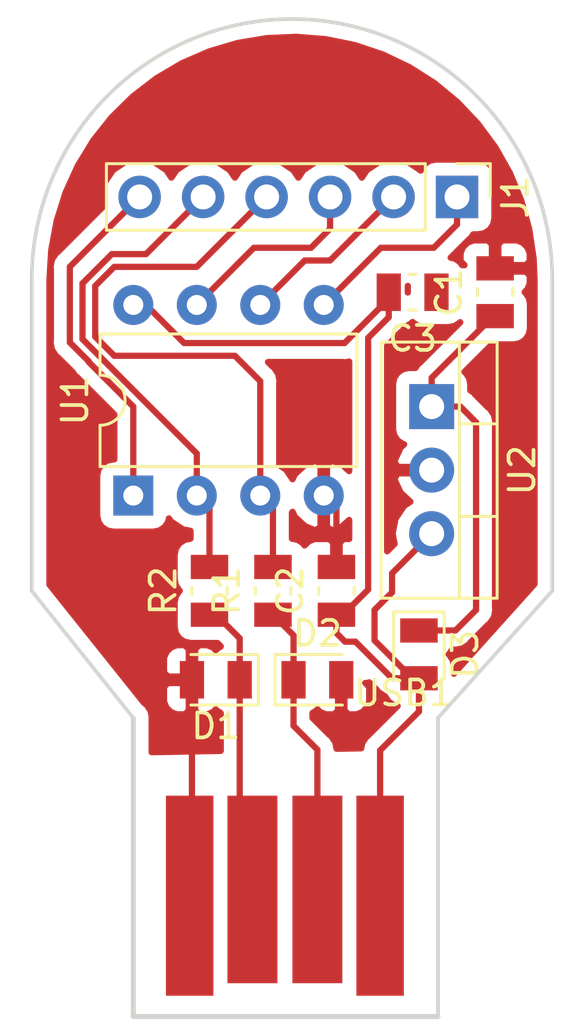
<source format=kicad_pcb>
(kicad_pcb (version 20171130) (host pcbnew 5.0.0-rc2-dev-unknown-5ef715f~63~ubuntu17.10.1)

  (general
    (thickness 1.6)
    (drawings 8)
    (tracks 85)
    (zones 0)
    (modules 12)
    (nets 13)
  )

  (page A4)
  (layers
    (0 F.Cu signal)
    (31 B.Cu signal)
    (32 B.Adhes user)
    (33 F.Adhes user)
    (34 B.Paste user)
    (35 F.Paste user)
    (36 B.SilkS user)
    (37 F.SilkS user)
    (38 B.Mask user)
    (39 F.Mask user)
    (40 Dwgs.User user)
    (41 Cmts.User user)
    (42 Eco1.User user)
    (43 Eco2.User user)
    (44 Edge.Cuts user)
    (45 Margin user)
    (46 B.CrtYd user)
    (47 F.CrtYd user)
    (48 B.Fab user)
    (49 F.Fab user)
  )

  (setup
    (last_trace_width 0.25)
    (trace_clearance 0.2)
    (zone_clearance 0.508)
    (zone_45_only no)
    (trace_min 0.2)
    (segment_width 0.2)
    (edge_width 0.15)
    (via_size 0.8)
    (via_drill 0.4)
    (via_min_size 0.4)
    (via_min_drill 0.3)
    (uvia_size 0.3)
    (uvia_drill 0.1)
    (uvias_allowed no)
    (uvia_min_size 0.2)
    (uvia_min_drill 0.1)
    (pcb_text_width 0.3)
    (pcb_text_size 1.5 1.5)
    (mod_edge_width 0.15)
    (mod_text_size 1 1)
    (mod_text_width 0.15)
    (pad_size 1.524 1.524)
    (pad_drill 0.762)
    (pad_to_mask_clearance 0.2)
    (aux_axis_origin 0 0)
    (visible_elements FFFFFF1F)
    (pcbplotparams
      (layerselection 0x010fc_ffffffff)
      (usegerberextensions false)
      (usegerberattributes false)
      (usegerberadvancedattributes false)
      (creategerberjobfile false)
      (excludeedgelayer true)
      (linewidth 0.100000)
      (plotframeref false)
      (viasonmask false)
      (mode 1)
      (useauxorigin false)
      (hpglpennumber 1)
      (hpglpenspeed 20)
      (hpglpendiameter 15)
      (psnegative false)
      (psa4output false)
      (plotreference true)
      (plotvalue true)
      (plotinvisibletext false)
      (padsonsilk false)
      (subtractmaskfromsilk false)
      (outputformat 1)
      (mirror false)
      (drillshape 1)
      (scaleselection 1)
      (outputdirectory ""))
  )

  (net 0 "")
  (net 1 "Net-(D2-Pad1)")
  (net 2 USB-)
  (net 3 USB+)
  (net 4 "Net-(D1-Pad1)")
  (net 5 VCC)
  (net 6 GND)
  (net 7 +5V)
  (net 8 PB5)
  (net 9 PB0)
  (net 10 PB1)
  (net 11 PB2)
  (net 12 "Net-(C3-Pad1)")

  (net_class Default "This is the default net class."
    (clearance 0.2)
    (trace_width 0.25)
    (via_dia 0.8)
    (via_drill 0.4)
    (uvia_dia 0.3)
    (uvia_drill 0.1)
    (add_net +5V)
    (add_net GND)
    (add_net "Net-(C3-Pad1)")
    (add_net "Net-(D1-Pad1)")
    (add_net "Net-(D2-Pad1)")
    (add_net PB0)
    (add_net PB1)
    (add_net PB2)
    (add_net PB5)
    (add_net USB+)
    (add_net USB-)
    (add_net VCC)
  )

  (module Package_DIP:DIP-8_W7.62mm (layer F.Cu) (tedit 5A02E8C5) (tstamp 5ACFB2BE)
    (at 126.492 86.36 90)
    (descr "8-lead though-hole mounted DIP package, row spacing 7.62 mm (300 mils)")
    (tags "THT DIP DIL PDIP 2.54mm 7.62mm 300mil")
    (path /5ACFE3A5)
    (fp_text reference U1 (at 3.81 -2.33 90) (layer F.SilkS)
      (effects (font (size 1 1) (thickness 0.15)))
    )
    (fp_text value ATtiny85-20SU (at 3.81 9.95 90) (layer F.Fab)
      (effects (font (size 1 1) (thickness 0.15)))
    )
    (fp_arc (start 3.81 -1.33) (end 2.81 -1.33) (angle -180) (layer F.SilkS) (width 0.12))
    (fp_line (start 1.635 -1.27) (end 6.985 -1.27) (layer F.Fab) (width 0.1))
    (fp_line (start 6.985 -1.27) (end 6.985 8.89) (layer F.Fab) (width 0.1))
    (fp_line (start 6.985 8.89) (end 0.635 8.89) (layer F.Fab) (width 0.1))
    (fp_line (start 0.635 8.89) (end 0.635 -0.27) (layer F.Fab) (width 0.1))
    (fp_line (start 0.635 -0.27) (end 1.635 -1.27) (layer F.Fab) (width 0.1))
    (fp_line (start 2.81 -1.33) (end 1.16 -1.33) (layer F.SilkS) (width 0.12))
    (fp_line (start 1.16 -1.33) (end 1.16 8.95) (layer F.SilkS) (width 0.12))
    (fp_line (start 1.16 8.95) (end 6.46 8.95) (layer F.SilkS) (width 0.12))
    (fp_line (start 6.46 8.95) (end 6.46 -1.33) (layer F.SilkS) (width 0.12))
    (fp_line (start 6.46 -1.33) (end 4.81 -1.33) (layer F.SilkS) (width 0.12))
    (fp_line (start -1.1 -1.55) (end -1.1 9.15) (layer F.CrtYd) (width 0.05))
    (fp_line (start -1.1 9.15) (end 8.7 9.15) (layer F.CrtYd) (width 0.05))
    (fp_line (start 8.7 9.15) (end 8.7 -1.55) (layer F.CrtYd) (width 0.05))
    (fp_line (start 8.7 -1.55) (end -1.1 -1.55) (layer F.CrtYd) (width 0.05))
    (fp_text user %R (at 3.81 3.81 180) (layer F.Fab)
      (effects (font (size 1 1) (thickness 0.15)))
    )
    (pad 1 thru_hole rect (at 0 0 90) (size 1.6 1.6) (drill 0.8) (layers *.Cu *.Mask)
      (net 8 PB5))
    (pad 5 thru_hole oval (at 7.62 7.62 90) (size 1.6 1.6) (drill 0.8) (layers *.Cu *.Mask)
      (net 9 PB0))
    (pad 2 thru_hole oval (at 0 2.54 90) (size 1.6 1.6) (drill 0.8) (layers *.Cu *.Mask)
      (net 3 USB+))
    (pad 6 thru_hole oval (at 7.62 5.08 90) (size 1.6 1.6) (drill 0.8) (layers *.Cu *.Mask)
      (net 10 PB1))
    (pad 3 thru_hole oval (at 0 5.08 90) (size 1.6 1.6) (drill 0.8) (layers *.Cu *.Mask)
      (net 2 USB-))
    (pad 7 thru_hole oval (at 7.62 2.54 90) (size 1.6 1.6) (drill 0.8) (layers *.Cu *.Mask)
      (net 11 PB2))
    (pad 4 thru_hole oval (at 0 7.62 90) (size 1.6 1.6) (drill 0.8) (layers *.Cu *.Mask)
      (net 6 GND))
    (pad 8 thru_hole oval (at 7.62 0 90) (size 1.6 1.6) (drill 0.8) (layers *.Cu *.Mask)
      (net 7 +5V))
    (model ${KISYS3DMOD}/Package_DIP.3dshapes/DIP-8_W7.62mm.wrl
      (at (xyz 0 0 0))
      (scale (xyz 1 1 1))
      (rotate (xyz 0 0 0))
    )
  )

  (module Package_TO_SOT_THT:TO-220-3_Vertical (layer F.Cu) (tedit 5A02FF81) (tstamp 5ADABD8A)
    (at 138.43 82.804 270)
    (descr "TO-220-3, Vertical, RM 2.54mm")
    (tags "TO-220-3 Vertical RM 2.54mm")
    (path /5ACF87AD)
    (fp_text reference U2 (at 2.54 -3.62 270) (layer F.SilkS)
      (effects (font (size 1 1) (thickness 0.15)))
    )
    (fp_text value L7805 (at 2.54 3.92 270) (layer F.Fab)
      (effects (font (size 1 1) (thickness 0.15)))
    )
    (fp_text user %R (at 2.54 -3.62 270) (layer F.Fab)
      (effects (font (size 1 1) (thickness 0.15)))
    )
    (fp_line (start -2.46 -2.5) (end -2.46 1.9) (layer F.Fab) (width 0.1))
    (fp_line (start -2.46 1.9) (end 7.54 1.9) (layer F.Fab) (width 0.1))
    (fp_line (start 7.54 1.9) (end 7.54 -2.5) (layer F.Fab) (width 0.1))
    (fp_line (start 7.54 -2.5) (end -2.46 -2.5) (layer F.Fab) (width 0.1))
    (fp_line (start -2.46 -1.23) (end 7.54 -1.23) (layer F.Fab) (width 0.1))
    (fp_line (start 0.69 -2.5) (end 0.69 -1.23) (layer F.Fab) (width 0.1))
    (fp_line (start 4.39 -2.5) (end 4.39 -1.23) (layer F.Fab) (width 0.1))
    (fp_line (start -2.58 -2.62) (end 7.66 -2.62) (layer F.SilkS) (width 0.12))
    (fp_line (start -2.58 2.021) (end 7.66 2.021) (layer F.SilkS) (width 0.12))
    (fp_line (start -2.58 -2.62) (end -2.58 2.021) (layer F.SilkS) (width 0.12))
    (fp_line (start 7.66 -2.62) (end 7.66 2.021) (layer F.SilkS) (width 0.12))
    (fp_line (start -2.58 -1.11) (end 7.66 -1.11) (layer F.SilkS) (width 0.12))
    (fp_line (start 0.69 -2.62) (end 0.69 -1.11) (layer F.SilkS) (width 0.12))
    (fp_line (start 4.391 -2.62) (end 4.391 -1.11) (layer F.SilkS) (width 0.12))
    (fp_line (start -2.71 -2.75) (end -2.71 2.16) (layer F.CrtYd) (width 0.05))
    (fp_line (start -2.71 2.16) (end 7.79 2.16) (layer F.CrtYd) (width 0.05))
    (fp_line (start 7.79 2.16) (end 7.79 -2.75) (layer F.CrtYd) (width 0.05))
    (fp_line (start 7.79 -2.75) (end -2.71 -2.75) (layer F.CrtYd) (width 0.05))
    (pad 1 thru_hole rect (at 0 0 270) (size 1.8 1.8) (drill 1) (layers *.Cu *.Mask)
      (net 5 VCC))
    (pad 2 thru_hole oval (at 2.54 0 270) (size 1.8 1.8) (drill 1) (layers *.Cu *.Mask)
      (net 6 GND))
    (pad 3 thru_hole oval (at 5.08 0 270) (size 1.8 1.8) (drill 1) (layers *.Cu *.Mask)
      (net 7 +5V))
    (model ${KISYS3DMOD}/Package_TO_SOT_THT.3dshapes/TO-220-3_Vertical.wrl
      (at (xyz 0 0 0))
      (scale (xyz 1 1 1))
      (rotate (xyz 0 0 0))
    )
  )

  (module Diode_SMD:D_0805_2012Metric (layer F.Cu) (tedit 5A00A67B) (tstamp 5ADA8996)
    (at 137.922 92.71 270)
    (descr "Diode SMD 0805 (2012 Metric), square (rectangular) end terminal, IPC_7351 nominal, (Body size source: http://www.tortai-tech.com/upload/download/2011102023233369053.pdf), generated with kicad-footprint-generator")
    (tags diode)
    (path /5ACFB23F)
    (attr smd)
    (fp_text reference D3 (at 0 -1.85 270) (layer F.SilkS)
      (effects (font (size 1 1) (thickness 0.15)))
    )
    (fp_text value D_Schottky (at 0 1.85 270) (layer F.Fab)
      (effects (font (size 1 1) (thickness 0.15)))
    )
    (fp_line (start 1 -0.6) (end -0.7 -0.6) (layer F.Fab) (width 0.1))
    (fp_line (start -0.7 -0.6) (end -1 -0.3) (layer F.Fab) (width 0.1))
    (fp_line (start -1 -0.3) (end -1 0.6) (layer F.Fab) (width 0.1))
    (fp_line (start -1 0.6) (end 1 0.6) (layer F.Fab) (width 0.1))
    (fp_line (start 1 0.6) (end 1 -0.6) (layer F.Fab) (width 0.1))
    (fp_line (start 1 -1.01) (end -1.7 -1.01) (layer F.SilkS) (width 0.12))
    (fp_line (start -1.7 -1.01) (end -1.7 1.01) (layer F.SilkS) (width 0.12))
    (fp_line (start -1.7 1.01) (end 1 1.01) (layer F.SilkS) (width 0.12))
    (fp_line (start -1.69 1) (end -1.69 -1) (layer F.CrtYd) (width 0.05))
    (fp_line (start -1.69 -1) (end 1.69 -1) (layer F.CrtYd) (width 0.05))
    (fp_line (start 1.69 -1) (end 1.69 1) (layer F.CrtYd) (width 0.05))
    (fp_line (start 1.69 1) (end -1.69 1) (layer F.CrtYd) (width 0.05))
    (fp_text user %R (at 0 0 270) (layer F.Fab)
      (effects (font (size 0.5 0.5) (thickness 0.08)))
    )
    (pad 1 smd rect (at -0.955 0 270) (size 0.97 1.5) (layers F.Cu F.Paste F.Mask)
      (net 5 VCC))
    (pad 2 smd rect (at 0.955 0 270) (size 0.97 1.5) (layers F.Cu F.Paste F.Mask)
      (net 7 +5V))
    (model ${KISYS3DMOD}/Diode_SMD.3dshapes/D_0805_2012Metric.wrl
      (at (xyz 0 0 0))
      (scale (xyz 1 1 1))
      (rotate (xyz 0 0 0))
    )
  )

  (module pentalib:USB_A_PCB (layer F.Cu) (tedit 5ACFA5AC) (tstamp 5ADA84CF)
    (at 132.558 107.258)
    (path /5ACF973C)
    (attr virtual)
    (fp_text reference USB1 (at 0.13 -7.85) (layer F.SilkS) hide
      (effects (font (size 1.5 1.5) (thickness 0.15)))
    )
    (fp_text value USB_A (at 0.29 -10.13) (layer F.Fab) hide
      (effects (font (size 1.016 1.016) (thickness 0.2032)))
    )
    (fp_line (start 6 -12) (end 6 0) (layer F.Fab) (width 0.04064))
    (fp_line (start 6 0) (end -6 0) (layer F.Fab) (width 0.04064))
    (fp_line (start -6 0) (end -6 -12) (layer F.Fab) (width 0.04064))
    (fp_line (start -6 -12) (end -5 -12) (layer F.Fab) (width 0.04064))
    (fp_line (start -4.5 -12) (end -4 -12) (layer F.Fab) (width 0.04064))
    (fp_line (start -3.5 -12) (end -3 -12) (layer F.Fab) (width 0.04064))
    (fp_line (start -2.5 -12) (end -2 -12) (layer F.Fab) (width 0.04064))
    (fp_line (start -1.5 -12) (end -1 -12) (layer F.Fab) (width 0.04064))
    (fp_line (start -0.5 -12) (end 0 -12) (layer F.Fab) (width 0.04064))
    (fp_line (start 0.5 -12) (end 1 -12) (layer F.Fab) (width 0.04064))
    (fp_line (start 1.5 -12) (end 2 -12) (layer F.Fab) (width 0.04064))
    (fp_line (start 2.5 -12) (end 3 -12) (layer F.Fab) (width 0.04064))
    (fp_line (start 3.5 -12) (end 4 -12) (layer F.Fab) (width 0.04064))
    (fp_line (start 4.5 -12) (end 5 -12) (layer F.Fab) (width 0.04064))
    (fp_line (start 5.5 -12) (end 6 -12) (layer F.Fab) (width 0.04064))
    (fp_text user %R (at 2.6 -13) (layer F.Fab)
      (effects (font (size 1 1) (thickness 0.15)))
    )
    (fp_text user %R (at 4.75 -13) (layer F.SilkS)
      (effects (font (size 1 1) (thickness 0.15)))
    )
    (pad 2 connect rect (at 1.3 -5.15) (size 2 7.5) (layers F.Cu F.Mask)
      (net 1 "Net-(D2-Pad1)"))
    (pad 3 connect rect (at -1.3 -5.15) (size 2 7.5) (layers F.Cu F.Mask)
      (net 4 "Net-(D1-Pad1)"))
    (pad 4 connect rect (at -3.81 -4.9) (size 1.9 8) (layers F.Cu F.Mask)
      (net 6 GND))
    (pad 1 connect rect (at 3.81 -4.9) (size 1.9 8) (layers F.Cu F.Mask)
      (net 7 +5V))
  )

  (module Capacitor_SMD:C_0805_2012Metric (layer F.Cu) (tedit 59FE48B8) (tstamp 5ACFB331)
    (at 137.668 78.232 180)
    (descr "Capacitor SMD 0805 (2012 Metric), square (rectangular) end terminal, IPC_7351 nominal, (Body size source: http://www.tortai-tech.com/upload/download/2011102023233369053.pdf), generated with kicad-footprint-generator")
    (tags capacitor)
    (path /5AD025C5)
    (attr smd)
    (fp_text reference C3 (at 0 -1.85 180) (layer F.SilkS)
      (effects (font (size 1 1) (thickness 0.15)))
    )
    (fp_text value 100nF (at 0 1.85 180) (layer F.Fab)
      (effects (font (size 1 1) (thickness 0.15)))
    )
    (fp_line (start -1 0.6) (end -1 -0.6) (layer F.Fab) (width 0.1))
    (fp_line (start -1 -0.6) (end 1 -0.6) (layer F.Fab) (width 0.1))
    (fp_line (start 1 -0.6) (end 1 0.6) (layer F.Fab) (width 0.1))
    (fp_line (start 1 0.6) (end -1 0.6) (layer F.Fab) (width 0.1))
    (fp_line (start -0.15 -0.71) (end 0.15 -0.71) (layer F.SilkS) (width 0.12))
    (fp_line (start -0.15 0.71) (end 0.15 0.71) (layer F.SilkS) (width 0.12))
    (fp_line (start -1.69 1) (end -1.69 -1) (layer F.CrtYd) (width 0.05))
    (fp_line (start -1.69 -1) (end 1.69 -1) (layer F.CrtYd) (width 0.05))
    (fp_line (start 1.69 -1) (end 1.69 1) (layer F.CrtYd) (width 0.05))
    (fp_line (start 1.69 1) (end -1.69 1) (layer F.CrtYd) (width 0.05))
    (fp_text user %R (at 0 0 180) (layer F.Fab)
      (effects (font (size 0.5 0.5) (thickness 0.08)))
    )
    (pad 1 smd rect (at -0.955 0 180) (size 0.97 1.5) (layers F.Cu F.Paste F.Mask)
      (net 12 "Net-(C3-Pad1)"))
    (pad 2 smd rect (at 0.955 0 180) (size 0.97 1.5) (layers F.Cu F.Paste F.Mask)
      (net 7 +5V))
    (model ${KISYS3DMOD}/Capacitor_SMD.3dshapes/C_0805_2012Metric.wrl
      (at (xyz 0 0 0))
      (scale (xyz 1 1 1))
      (rotate (xyz 0 0 0))
    )
  )

  (module Capacitor_SMD:C_0805_2012Metric (layer F.Cu) (tedit 59FE48B8) (tstamp 5ACFB320)
    (at 134.62 90.17 90)
    (descr "Capacitor SMD 0805 (2012 Metric), square (rectangular) end terminal, IPC_7351 nominal, (Body size source: http://www.tortai-tech.com/upload/download/2011102023233369053.pdf), generated with kicad-footprint-generator")
    (tags capacitor)
    (path /5ACF8A14)
    (attr smd)
    (fp_text reference C2 (at 0 -1.85 90) (layer F.SilkS)
      (effects (font (size 1 1) (thickness 0.15)))
    )
    (fp_text value 100nF (at 0 1.85 90) (layer F.Fab)
      (effects (font (size 1 1) (thickness 0.15)))
    )
    (fp_text user %R (at 0 0 90) (layer F.Fab)
      (effects (font (size 0.5 0.5) (thickness 0.08)))
    )
    (fp_line (start 1.69 1) (end -1.69 1) (layer F.CrtYd) (width 0.05))
    (fp_line (start 1.69 -1) (end 1.69 1) (layer F.CrtYd) (width 0.05))
    (fp_line (start -1.69 -1) (end 1.69 -1) (layer F.CrtYd) (width 0.05))
    (fp_line (start -1.69 1) (end -1.69 -1) (layer F.CrtYd) (width 0.05))
    (fp_line (start -0.15 0.71) (end 0.15 0.71) (layer F.SilkS) (width 0.12))
    (fp_line (start -0.15 -0.71) (end 0.15 -0.71) (layer F.SilkS) (width 0.12))
    (fp_line (start 1 0.6) (end -1 0.6) (layer F.Fab) (width 0.1))
    (fp_line (start 1 -0.6) (end 1 0.6) (layer F.Fab) (width 0.1))
    (fp_line (start -1 -0.6) (end 1 -0.6) (layer F.Fab) (width 0.1))
    (fp_line (start -1 0.6) (end -1 -0.6) (layer F.Fab) (width 0.1))
    (pad 2 smd rect (at 0.955 0 90) (size 0.97 1.5) (layers F.Cu F.Paste F.Mask)
      (net 6 GND))
    (pad 1 smd rect (at -0.955 0 90) (size 0.97 1.5) (layers F.Cu F.Paste F.Mask)
      (net 7 +5V))
    (model ${KISYS3DMOD}/Capacitor_SMD.3dshapes/C_0805_2012Metric.wrl
      (at (xyz 0 0 0))
      (scale (xyz 1 1 1))
      (rotate (xyz 0 0 0))
    )
  )

  (module Capacitor_SMD:C_0805_2012Metric (layer F.Cu) (tedit 59FE48B8) (tstamp 5ACFB30F)
    (at 140.97 78.232 90)
    (descr "Capacitor SMD 0805 (2012 Metric), square (rectangular) end terminal, IPC_7351 nominal, (Body size source: http://www.tortai-tech.com/upload/download/2011102023233369053.pdf), generated with kicad-footprint-generator")
    (tags capacitor)
    (path /5ACF8A63)
    (attr smd)
    (fp_text reference C1 (at 0 -1.85 90) (layer F.SilkS)
      (effects (font (size 1 1) (thickness 0.15)))
    )
    (fp_text value 100nF (at 0 1.85 90) (layer F.Fab)
      (effects (font (size 1 1) (thickness 0.15)))
    )
    (fp_line (start -1 0.6) (end -1 -0.6) (layer F.Fab) (width 0.1))
    (fp_line (start -1 -0.6) (end 1 -0.6) (layer F.Fab) (width 0.1))
    (fp_line (start 1 -0.6) (end 1 0.6) (layer F.Fab) (width 0.1))
    (fp_line (start 1 0.6) (end -1 0.6) (layer F.Fab) (width 0.1))
    (fp_line (start -0.15 -0.71) (end 0.15 -0.71) (layer F.SilkS) (width 0.12))
    (fp_line (start -0.15 0.71) (end 0.15 0.71) (layer F.SilkS) (width 0.12))
    (fp_line (start -1.69 1) (end -1.69 -1) (layer F.CrtYd) (width 0.05))
    (fp_line (start -1.69 -1) (end 1.69 -1) (layer F.CrtYd) (width 0.05))
    (fp_line (start 1.69 -1) (end 1.69 1) (layer F.CrtYd) (width 0.05))
    (fp_line (start 1.69 1) (end -1.69 1) (layer F.CrtYd) (width 0.05))
    (fp_text user %R (at 0 0 270) (layer F.Fab)
      (effects (font (size 0.5 0.5) (thickness 0.08)))
    )
    (pad 1 smd rect (at -0.955 0 90) (size 0.97 1.5) (layers F.Cu F.Paste F.Mask)
      (net 5 VCC))
    (pad 2 smd rect (at 0.955 0 90) (size 0.97 1.5) (layers F.Cu F.Paste F.Mask)
      (net 6 GND))
    (model ${KISYS3DMOD}/Capacitor_SMD.3dshapes/C_0805_2012Metric.wrl
      (at (xyz 0 0 0))
      (scale (xyz 1 1 1))
      (rotate (xyz 0 0 0))
    )
  )

  (module Connector_PinHeader_2.54mm:PinHeader_1x06_P2.54mm_Vertical (layer F.Cu) (tedit 59FED5CC) (tstamp 5ADA980A)
    (at 139.446 74.422 270)
    (descr "Through hole straight pin header, 1x06, 2.54mm pitch, single row")
    (tags "Through hole pin header THT 1x06 2.54mm single row")
    (path /5AD02067)
    (fp_text reference J1 (at 0 -2.33 270) (layer F.SilkS)
      (effects (font (size 1 1) (thickness 0.15)))
    )
    (fp_text value Conn_01x06 (at 0 15.03 270) (layer F.Fab)
      (effects (font (size 1 1) (thickness 0.15)))
    )
    (fp_line (start -0.635 -1.27) (end 1.27 -1.27) (layer F.Fab) (width 0.1))
    (fp_line (start 1.27 -1.27) (end 1.27 13.97) (layer F.Fab) (width 0.1))
    (fp_line (start 1.27 13.97) (end -1.27 13.97) (layer F.Fab) (width 0.1))
    (fp_line (start -1.27 13.97) (end -1.27 -0.635) (layer F.Fab) (width 0.1))
    (fp_line (start -1.27 -0.635) (end -0.635 -1.27) (layer F.Fab) (width 0.1))
    (fp_line (start -1.33 14.03) (end 1.33 14.03) (layer F.SilkS) (width 0.12))
    (fp_line (start -1.33 1.27) (end -1.33 14.03) (layer F.SilkS) (width 0.12))
    (fp_line (start 1.33 1.27) (end 1.33 14.03) (layer F.SilkS) (width 0.12))
    (fp_line (start -1.33 1.27) (end 1.33 1.27) (layer F.SilkS) (width 0.12))
    (fp_line (start -1.33 0) (end -1.33 -1.33) (layer F.SilkS) (width 0.12))
    (fp_line (start -1.33 -1.33) (end 0 -1.33) (layer F.SilkS) (width 0.12))
    (fp_line (start -1.8 -1.8) (end -1.8 14.5) (layer F.CrtYd) (width 0.05))
    (fp_line (start -1.8 14.5) (end 1.8 14.5) (layer F.CrtYd) (width 0.05))
    (fp_line (start 1.8 14.5) (end 1.8 -1.8) (layer F.CrtYd) (width 0.05))
    (fp_line (start 1.8 -1.8) (end -1.8 -1.8) (layer F.CrtYd) (width 0.05))
    (fp_text user %R (at 0 6.35) (layer F.Fab)
      (effects (font (size 1 1) (thickness 0.15)))
    )
    (pad 1 thru_hole rect (at 0 0 270) (size 1.7 1.7) (drill 1) (layers *.Cu *.Mask)
      (net 9 PB0))
    (pad 2 thru_hole oval (at 0 2.54 270) (size 1.7 1.7) (drill 1) (layers *.Cu *.Mask)
      (net 10 PB1))
    (pad 3 thru_hole oval (at 0 5.08 270) (size 1.7 1.7) (drill 1) (layers *.Cu *.Mask)
      (net 11 PB2))
    (pad 4 thru_hole oval (at 0 7.62 270) (size 1.7 1.7) (drill 1) (layers *.Cu *.Mask)
      (net 2 USB-))
    (pad 5 thru_hole oval (at 0 10.16 270) (size 1.7 1.7) (drill 1) (layers *.Cu *.Mask)
      (net 3 USB+))
    (pad 6 thru_hole oval (at 0 12.7 270) (size 1.7 1.7) (drill 1) (layers *.Cu *.Mask)
      (net 8 PB5))
    (model ${KISYS3DMOD}/Connector_PinHeader_2.54mm.3dshapes/PinHeader_1x06_P2.54mm_Vertical.wrl
      (at (xyz 0 0 0))
      (scale (xyz 1 1 1))
      (rotate (xyz 0 0 0))
    )
  )

  (module Diode_SMD:D_0805_2012Metric (layer F.Cu) (tedit 5A00A67B) (tstamp 5ACFB2E4)
    (at 133.858 93.726)
    (descr "Diode SMD 0805 (2012 Metric), square (rectangular) end terminal, IPC_7351 nominal, (Body size source: http://www.tortai-tech.com/upload/download/2011102023233369053.pdf), generated with kicad-footprint-generator")
    (tags diode)
    (path /5ACFBE29)
    (attr smd)
    (fp_text reference D2 (at 0 -1.85) (layer F.SilkS)
      (effects (font (size 1 1) (thickness 0.15)))
    )
    (fp_text value D_Schottky (at 0 1.85) (layer F.Fab)
      (effects (font (size 1 1) (thickness 0.15)))
    )
    (fp_text user %R (at 0 0) (layer F.Fab)
      (effects (font (size 0.5 0.5) (thickness 0.08)))
    )
    (fp_line (start 1.69 1) (end -1.69 1) (layer F.CrtYd) (width 0.05))
    (fp_line (start 1.69 -1) (end 1.69 1) (layer F.CrtYd) (width 0.05))
    (fp_line (start -1.69 -1) (end 1.69 -1) (layer F.CrtYd) (width 0.05))
    (fp_line (start -1.69 1) (end -1.69 -1) (layer F.CrtYd) (width 0.05))
    (fp_line (start -1.7 1.01) (end 1 1.01) (layer F.SilkS) (width 0.12))
    (fp_line (start -1.7 -1.01) (end -1.7 1.01) (layer F.SilkS) (width 0.12))
    (fp_line (start 1 -1.01) (end -1.7 -1.01) (layer F.SilkS) (width 0.12))
    (fp_line (start 1 0.6) (end 1 -0.6) (layer F.Fab) (width 0.1))
    (fp_line (start -1 0.6) (end 1 0.6) (layer F.Fab) (width 0.1))
    (fp_line (start -1 -0.3) (end -1 0.6) (layer F.Fab) (width 0.1))
    (fp_line (start -0.7 -0.6) (end -1 -0.3) (layer F.Fab) (width 0.1))
    (fp_line (start 1 -0.6) (end -0.7 -0.6) (layer F.Fab) (width 0.1))
    (pad 2 smd rect (at 0.955 0) (size 0.97 1.5) (layers F.Cu F.Paste F.Mask)
      (net 6 GND))
    (pad 1 smd rect (at -0.955 0) (size 0.97 1.5) (layers F.Cu F.Paste F.Mask)
      (net 1 "Net-(D2-Pad1)"))
    (model ${KISYS3DMOD}/Diode_SMD.3dshapes/D_0805_2012Metric.wrl
      (at (xyz 0 0 0))
      (scale (xyz 1 1 1))
      (rotate (xyz 0 0 0))
    )
  )

  (module Diode_SMD:D_0805_2012Metric (layer F.Cu) (tedit 5A00A67B) (tstamp 5ACFB2D1)
    (at 129.794 93.726 180)
    (descr "Diode SMD 0805 (2012 Metric), square (rectangular) end terminal, IPC_7351 nominal, (Body size source: http://www.tortai-tech.com/upload/download/2011102023233369053.pdf), generated with kicad-footprint-generator")
    (tags diode)
    (path /5ACFBDB2)
    (attr smd)
    (fp_text reference D1 (at 0 -1.85 180) (layer F.SilkS)
      (effects (font (size 1 1) (thickness 0.15)))
    )
    (fp_text value D_Schottky (at 0 1.85 180) (layer F.Fab)
      (effects (font (size 1 1) (thickness 0.15)))
    )
    (fp_line (start 1 -0.6) (end -0.7 -0.6) (layer F.Fab) (width 0.1))
    (fp_line (start -0.7 -0.6) (end -1 -0.3) (layer F.Fab) (width 0.1))
    (fp_line (start -1 -0.3) (end -1 0.6) (layer F.Fab) (width 0.1))
    (fp_line (start -1 0.6) (end 1 0.6) (layer F.Fab) (width 0.1))
    (fp_line (start 1 0.6) (end 1 -0.6) (layer F.Fab) (width 0.1))
    (fp_line (start 1 -1.01) (end -1.7 -1.01) (layer F.SilkS) (width 0.12))
    (fp_line (start -1.7 -1.01) (end -1.7 1.01) (layer F.SilkS) (width 0.12))
    (fp_line (start -1.7 1.01) (end 1 1.01) (layer F.SilkS) (width 0.12))
    (fp_line (start -1.69 1) (end -1.69 -1) (layer F.CrtYd) (width 0.05))
    (fp_line (start -1.69 -1) (end 1.69 -1) (layer F.CrtYd) (width 0.05))
    (fp_line (start 1.69 -1) (end 1.69 1) (layer F.CrtYd) (width 0.05))
    (fp_line (start 1.69 1) (end -1.69 1) (layer F.CrtYd) (width 0.05))
    (fp_text user %R (at 0 0 180) (layer F.Fab)
      (effects (font (size 0.5 0.5) (thickness 0.08)))
    )
    (pad 1 smd rect (at -0.955 0 180) (size 0.97 1.5) (layers F.Cu F.Paste F.Mask)
      (net 4 "Net-(D1-Pad1)"))
    (pad 2 smd rect (at 0.955 0 180) (size 0.97 1.5) (layers F.Cu F.Paste F.Mask)
      (net 6 GND))
    (model ${KISYS3DMOD}/Diode_SMD.3dshapes/D_0805_2012Metric.wrl
      (at (xyz 0 0 0))
      (scale (xyz 1 1 1))
      (rotate (xyz 0 0 0))
    )
  )

  (module Resistor_SMD:R_0805_2012Metric (layer F.Cu) (tedit 59FE48B8) (tstamp 5ACFB282)
    (at 129.54 90.17 90)
    (descr "Resistor SMD 0805 (2012 Metric), square (rectangular) end terminal, IPC_7351 nominal, (Body size source: http://www.tortai-tech.com/upload/download/2011102023233369053.pdf), generated with kicad-footprint-generator")
    (tags resistor)
    (path /5ACFA749)
    (attr smd)
    (fp_text reference R2 (at 0 -1.85 90) (layer F.SilkS)
      (effects (font (size 1 1) (thickness 0.15)))
    )
    (fp_text value R (at 0 1.85 90) (layer F.Fab)
      (effects (font (size 1 1) (thickness 0.15)))
    )
    (fp_text user %R (at 0 0 90) (layer F.Fab)
      (effects (font (size 0.5 0.5) (thickness 0.08)))
    )
    (fp_line (start 1.69 1) (end -1.69 1) (layer F.CrtYd) (width 0.05))
    (fp_line (start 1.69 -1) (end 1.69 1) (layer F.CrtYd) (width 0.05))
    (fp_line (start -1.69 -1) (end 1.69 -1) (layer F.CrtYd) (width 0.05))
    (fp_line (start -1.69 1) (end -1.69 -1) (layer F.CrtYd) (width 0.05))
    (fp_line (start -0.15 0.71) (end 0.15 0.71) (layer F.SilkS) (width 0.12))
    (fp_line (start -0.15 -0.71) (end 0.15 -0.71) (layer F.SilkS) (width 0.12))
    (fp_line (start 1 0.6) (end -1 0.6) (layer F.Fab) (width 0.1))
    (fp_line (start 1 -0.6) (end 1 0.6) (layer F.Fab) (width 0.1))
    (fp_line (start -1 -0.6) (end 1 -0.6) (layer F.Fab) (width 0.1))
    (fp_line (start -1 0.6) (end -1 -0.6) (layer F.Fab) (width 0.1))
    (pad 2 smd rect (at 0.955 0 90) (size 0.97 1.5) (layers F.Cu F.Paste F.Mask)
      (net 3 USB+))
    (pad 1 smd rect (at -0.955 0 90) (size 0.97 1.5) (layers F.Cu F.Paste F.Mask)
      (net 4 "Net-(D1-Pad1)"))
    (model ${KISYS3DMOD}/Resistor_SMD.3dshapes/R_0805_2012Metric.wrl
      (at (xyz 0 0 0))
      (scale (xyz 1 1 1))
      (rotate (xyz 0 0 0))
    )
  )

  (module Resistor_SMD:R_0805_2012Metric (layer F.Cu) (tedit 59FE48B8) (tstamp 5ACFB271)
    (at 132.08 90.17 90)
    (descr "Resistor SMD 0805 (2012 Metric), square (rectangular) end terminal, IPC_7351 nominal, (Body size source: http://www.tortai-tech.com/upload/download/2011102023233369053.pdf), generated with kicad-footprint-generator")
    (tags resistor)
    (path /5ACFA5CE)
    (attr smd)
    (fp_text reference R1 (at 0 -1.85 90) (layer F.SilkS)
      (effects (font (size 1 1) (thickness 0.15)))
    )
    (fp_text value R (at 0 1.85 90) (layer F.Fab)
      (effects (font (size 1 1) (thickness 0.15)))
    )
    (fp_line (start -1 0.6) (end -1 -0.6) (layer F.Fab) (width 0.1))
    (fp_line (start -1 -0.6) (end 1 -0.6) (layer F.Fab) (width 0.1))
    (fp_line (start 1 -0.6) (end 1 0.6) (layer F.Fab) (width 0.1))
    (fp_line (start 1 0.6) (end -1 0.6) (layer F.Fab) (width 0.1))
    (fp_line (start -0.15 -0.71) (end 0.15 -0.71) (layer F.SilkS) (width 0.12))
    (fp_line (start -0.15 0.71) (end 0.15 0.71) (layer F.SilkS) (width 0.12))
    (fp_line (start -1.69 1) (end -1.69 -1) (layer F.CrtYd) (width 0.05))
    (fp_line (start -1.69 -1) (end 1.69 -1) (layer F.CrtYd) (width 0.05))
    (fp_line (start 1.69 -1) (end 1.69 1) (layer F.CrtYd) (width 0.05))
    (fp_line (start 1.69 1) (end -1.69 1) (layer F.CrtYd) (width 0.05))
    (fp_text user %R (at 0 0 90) (layer F.Fab)
      (effects (font (size 0.5 0.5) (thickness 0.08)))
    )
    (pad 1 smd rect (at -0.955 0 90) (size 0.97 1.5) (layers F.Cu F.Paste F.Mask)
      (net 1 "Net-(D2-Pad1)"))
    (pad 2 smd rect (at 0.955 0 90) (size 0.97 1.5) (layers F.Cu F.Paste F.Mask)
      (net 2 USB-))
    (model ${KISYS3DMOD}/Resistor_SMD.3dshapes/R_0805_2012Metric.wrl
      (at (xyz 0 0 0))
      (scale (xyz 1 1 1))
      (rotate (xyz 0 0 0))
    )
  )

  (gr_line (start 122.428 90.17) (end 126.492 95.25) (layer Edge.Cuts) (width 0.15))
  (gr_line (start 122.428 77.724) (end 122.428 90.17) (layer Edge.Cuts) (width 0.15))
  (gr_line (start 143.256 90.17) (end 138.684 95.25) (layer Edge.Cuts) (width 0.15))
  (gr_line (start 143.256 77.724) (end 143.256 90.17) (layer Edge.Cuts) (width 0.15))
  (gr_arc (start 132.842 77.724) (end 143.256 77.724) (angle -180) (layer Edge.Cuts) (width 0.15))
  (gr_line (start 138.684 107.188) (end 138.684 95.25) (layer Edge.Cuts) (width 0.15))
  (gr_line (start 138.684 107.188) (end 126.492 107.188) (layer Edge.Cuts) (width 0.2))
  (gr_line (start 126.492 107.188) (end 126.492 95.25) (layer Edge.Cuts) (width 0.2))

  (segment (start 131.815 91.125) (end 132.08 91.125) (width 0.25) (layer F.Cu) (net 1))
  (segment (start 132.903 93.726) (end 132.903 95.565) (width 0.25) (layer F.Cu) (net 1))
  (segment (start 133.858 96.52) (end 133.858 102.108) (width 0.25) (layer F.Cu) (net 1))
  (segment (start 132.903 95.565) (end 133.858 96.52) (width 0.25) (layer F.Cu) (net 1))
  (segment (start 132.903 91.948) (end 132.08 91.125) (width 0.25) (layer F.Cu) (net 1))
  (segment (start 132.903 93.726) (end 132.903 91.948) (width 0.25) (layer F.Cu) (net 1))
  (segment (start 132.08 86.868) (end 131.572 86.36) (width 0.25) (layer F.Cu) (net 2))
  (segment (start 132.08 89.215) (end 132.08 86.868) (width 0.25) (layer F.Cu) (net 2))
  (segment (start 129.032 77.216) (end 131.826 74.422) (width 0.25) (layer F.Cu) (net 2))
  (segment (start 125.73 77.216) (end 129.032 77.216) (width 0.25) (layer F.Cu) (net 2))
  (segment (start 131.572 81.788) (end 130.556 80.772) (width 0.25) (layer F.Cu) (net 2))
  (segment (start 131.572 86.36) (end 131.572 81.788) (width 0.25) (layer F.Cu) (net 2))
  (segment (start 124.968 77.978) (end 125.73 77.216) (width 0.25) (layer F.Cu) (net 2))
  (segment (start 125.73 80.772) (end 124.968 80.01) (width 0.25) (layer F.Cu) (net 2))
  (segment (start 130.556 80.772) (end 125.73 80.772) (width 0.25) (layer F.Cu) (net 2))
  (segment (start 124.968 80.01) (end 124.968 77.978) (width 0.25) (layer F.Cu) (net 2))
  (segment (start 129.54 86.868) (end 129.032 86.36) (width 0.25) (layer F.Cu) (net 3))
  (segment (start 129.54 89.215) (end 129.54 86.868) (width 0.25) (layer F.Cu) (net 3))
  (segment (start 129.032 84.682096) (end 124.46 80.110096) (width 0.25) (layer F.Cu) (net 3))
  (segment (start 129.032 86.36) (end 129.032 84.682096) (width 0.25) (layer F.Cu) (net 3))
  (segment (start 124.46 77.877904) (end 125.629904 76.708) (width 0.25) (layer F.Cu) (net 3))
  (segment (start 124.46 80.110096) (end 124.46 77.877904) (width 0.25) (layer F.Cu) (net 3))
  (segment (start 127 76.708) (end 129.286 74.422) (width 0.25) (layer F.Cu) (net 3))
  (segment (start 125.629904 76.708) (end 127 76.708) (width 0.25) (layer F.Cu) (net 3))
  (segment (start 129.225 91.44) (end 129.54 91.125) (width 0.25) (layer F.Cu) (net 4))
  (segment (start 130.749 101.599) (end 131.258 102.108) (width 0.25) (layer F.Cu) (net 4))
  (segment (start 130.749 93.726) (end 130.749 101.599) (width 0.25) (layer F.Cu) (net 4))
  (segment (start 129.805 91.125) (end 129.54 91.125) (width 0.25) (layer F.Cu) (net 4))
  (segment (start 130.749 92.069) (end 129.805 91.125) (width 0.25) (layer F.Cu) (net 4))
  (segment (start 130.749 93.726) (end 130.749 92.069) (width 0.25) (layer F.Cu) (net 4))
  (segment (start 140.897 79.187) (end 140.97 79.187) (width 0.25) (layer F.Cu) (net 5))
  (segment (start 138.43 81.654) (end 140.897 79.187) (width 0.25) (layer F.Cu) (net 5))
  (segment (start 138.43 82.804) (end 138.43 81.654) (width 0.25) (layer F.Cu) (net 5))
  (segment (start 139.385 91.755) (end 137.922 91.755) (width 0.25) (layer F.Cu) (net 5))
  (segment (start 140.208 90.932) (end 139.385 91.755) (width 0.25) (layer F.Cu) (net 5))
  (segment (start 140.208 83.432) (end 140.208 90.932) (width 0.25) (layer F.Cu) (net 5))
  (segment (start 138.43 82.804) (end 139.58 82.804) (width 0.25) (layer F.Cu) (net 5))
  (segment (start 139.58 82.804) (end 140.208 83.432) (width 0.25) (layer F.Cu) (net 5))
  (segment (start 128.839 102.267) (end 128.748 102.358) (width 0.25) (layer F.Cu) (net 6))
  (segment (start 128.839 93.726) (end 128.839 102.267) (width 0.25) (layer F.Cu) (net 6))
  (segment (start 134.62 86.868) (end 134.112 86.36) (width 0.25) (layer F.Cu) (net 6))
  (segment (start 134.62 89.215) (end 134.62 86.868) (width 0.25) (layer F.Cu) (net 6))
  (segment (start 137.475 78.243) (end 137.475 77.978) (width 0.25) (layer F.Cu) (net 7))
  (segment (start 127 78.74) (end 128.524 80.264) (width 0.25) (layer F.Cu) (net 7))
  (segment (start 136.713 78.497) (end 136.713 78.232) (width 0.25) (layer F.Cu) (net 7))
  (segment (start 134.946 80.264) (end 136.713 78.497) (width 0.25) (layer F.Cu) (net 7))
  (segment (start 128.524 80.264) (end 134.946 80.264) (width 0.25) (layer F.Cu) (net 7))
  (segment (start 136.713 79.232) (end 135.89 80.055) (width 0.25) (layer F.Cu) (net 7))
  (segment (start 136.713 78.232) (end 136.713 79.232) (width 0.25) (layer F.Cu) (net 7))
  (segment (start 135.89 90.12) (end 134.885 91.125) (width 0.25) (layer F.Cu) (net 7))
  (segment (start 135.89 80.055) (end 135.89 90.12) (width 0.25) (layer F.Cu) (net 7))
  (segment (start 137.414 93.665) (end 137.149 93.665) (width 0.25) (layer F.Cu) (net 7))
  (segment (start 137.922 93.665) (end 137.922 94.996) (width 0.25) (layer F.Cu) (net 7))
  (segment (start 136.368 96.55) (end 136.368 102.358) (width 0.25) (layer F.Cu) (net 7))
  (segment (start 137.922 94.996) (end 136.368 96.55) (width 0.25) (layer F.Cu) (net 7))
  (segment (start 134.62 91.125) (end 134.885 91.125) (width 0.25) (layer F.Cu) (net 7))
  (segment (start 136.846999 89.467001) (end 136.846999 90.229001) (width 0.25) (layer F.Cu) (net 7))
  (segment (start 138.43 87.884) (end 136.846999 89.467001) (width 0.25) (layer F.Cu) (net 7))
  (segment (start 136.846999 90.229001) (end 136.144 90.932) (width 0.25) (layer F.Cu) (net 7))
  (segment (start 137.657 93.665) (end 137.922 93.665) (width 0.25) (layer F.Cu) (net 7))
  (segment (start 136.144 92.152) (end 137.657 93.665) (width 0.25) (layer F.Cu) (net 7))
  (segment (start 136.144 90.932) (end 136.144 92.152) (width 0.25) (layer F.Cu) (net 7))
  (segment (start 136.845 93.665) (end 137.922 93.665) (width 0.25) (layer F.Cu) (net 7))
  (segment (start 135.382 92.202) (end 136.845 93.665) (width 0.25) (layer F.Cu) (net 7))
  (segment (start 134.62 91.125) (end 134.62 91.86) (width 0.25) (layer F.Cu) (net 7))
  (segment (start 134.962 92.202) (end 135.382 92.202) (width 0.25) (layer F.Cu) (net 7))
  (segment (start 134.62 91.86) (end 134.962 92.202) (width 0.25) (layer F.Cu) (net 7))
  (segment (start 127 86.36) (end 125.95 86.36) (width 0.25) (layer F.Cu) (net 8))
  (segment (start 126.492 86.36) (end 126.492 82.804) (width 0.25) (layer F.Cu) (net 8))
  (segment (start 124.714 81.000506) (end 123.952 80.238506) (width 0.25) (layer F.Cu) (net 8))
  (segment (start 126.492 82.804) (end 124.714 81.026) (width 0.25) (layer F.Cu) (net 8))
  (segment (start 124.714 81.026) (end 124.714 81.000506) (width 0.25) (layer F.Cu) (net 8))
  (segment (start 123.952 77.216) (end 126.746 74.422) (width 0.25) (layer F.Cu) (net 8))
  (segment (start 123.952 80.238506) (end 123.952 77.216) (width 0.25) (layer F.Cu) (net 8))
  (segment (start 134.112 78.74) (end 136.398 76.454) (width 0.25) (layer F.Cu) (net 9))
  (segment (start 139.446 75.522) (end 139.446 74.422) (width 0.25) (layer F.Cu) (net 9))
  (segment (start 138.514 76.454) (end 139.446 75.522) (width 0.25) (layer F.Cu) (net 9))
  (segment (start 136.398 76.454) (end 138.514 76.454) (width 0.25) (layer F.Cu) (net 9))
  (segment (start 131.572 78.74) (end 133.35 76.962) (width 0.25) (layer F.Cu) (net 10))
  (segment (start 134.366 76.962) (end 136.906 74.422) (width 0.25) (layer F.Cu) (net 10))
  (segment (start 133.35 76.962) (end 134.366 76.962) (width 0.25) (layer F.Cu) (net 10))
  (segment (start 129.032 78.74) (end 131.318 76.454) (width 0.25) (layer F.Cu) (net 11))
  (segment (start 131.318 76.454) (end 133.604 76.454) (width 0.25) (layer F.Cu) (net 11))
  (segment (start 134.366 75.692) (end 134.366 74.422) (width 0.25) (layer F.Cu) (net 11))
  (segment (start 133.604 76.454) (end 134.366 75.692) (width 0.25) (layer F.Cu) (net 11))

  (zone (net 6) (net_name GND) (layer F.Cu) (tstamp 0) (hatch edge 0.508)
    (connect_pads (clearance 0.508))
    (min_thickness 0.254)
    (fill yes (arc_segments 16) (thermal_gap 0.508) (thermal_bridge_width 0.508))
    (polygon
      (pts
        (xy 121.158 91.186) (xy 121.92 75.946) (xy 125.984 67.056) (xy 139.7 66.548) (xy 144.018 75.692)
        (xy 144.526 91.186) (xy 139.446 96.52) (xy 125.73 96.774) (xy 124.968 96.266)
      )
    )
    (filled_polygon
      (pts
        (xy 134.192345 68.115751) (xy 135.353239 68.351938) (xy 136.476682 68.727837) (xy 137.545951 69.237852) (xy 138.54509 69.874374)
        (xy 139.459205 70.627912) (xy 140.274683 71.487246) (xy 140.979345 72.439544) (xy 141.562708 73.470636) (xy 142.016056 74.565115)
        (xy 142.332648 75.706708) (xy 142.508671 76.884504) (xy 142.546 77.739487) (xy 142.546001 89.897547) (xy 139.31944 93.482615)
        (xy 139.31944 93.18) (xy 139.270157 92.932235) (xy 139.129809 92.722191) (xy 139.111564 92.71) (xy 139.129809 92.697809)
        (xy 139.251959 92.515) (xy 139.310153 92.515) (xy 139.385 92.529888) (xy 139.459847 92.515) (xy 139.459852 92.515)
        (xy 139.681537 92.470904) (xy 139.932929 92.302929) (xy 139.975331 92.23947) (xy 140.692473 91.522329) (xy 140.755929 91.479929)
        (xy 140.798924 91.415582) (xy 140.923904 91.228538) (xy 140.940826 91.143463) (xy 140.968 91.006852) (xy 140.968 91.006848)
        (xy 140.982888 90.932) (xy 140.968 90.857152) (xy 140.968 83.506846) (xy 140.982888 83.431999) (xy 140.968 83.357152)
        (xy 140.968 83.357148) (xy 140.923904 83.135463) (xy 140.755929 82.884071) (xy 140.692473 82.841671) (xy 140.170331 82.31953)
        (xy 140.127929 82.256071) (xy 139.97744 82.155517) (xy 139.97744 81.904) (xy 139.928157 81.656235) (xy 139.787809 81.446191)
        (xy 139.742731 81.41607) (xy 140.839362 80.31944) (xy 141.72 80.31944) (xy 141.967765 80.270157) (xy 142.177809 80.129809)
        (xy 142.318157 79.919765) (xy 142.36744 79.672) (xy 142.36744 78.702) (xy 142.318157 78.454235) (xy 142.177809 78.244191)
        (xy 142.152647 78.227378) (xy 142.258327 78.121698) (xy 142.355 77.888309) (xy 142.355 77.56275) (xy 142.19625 77.404)
        (xy 141.097 77.404) (xy 141.097 77.424) (xy 140.843 77.424) (xy 140.843 77.404) (xy 140.823 77.404)
        (xy 140.823 77.15) (xy 140.843 77.15) (xy 140.843 76.31575) (xy 141.097 76.31575) (xy 141.097 77.15)
        (xy 142.19625 77.15) (xy 142.355 76.99125) (xy 142.355 76.665691) (xy 142.258327 76.432302) (xy 142.079699 76.253673)
        (xy 141.84631 76.157) (xy 141.25575 76.157) (xy 141.097 76.31575) (xy 140.843 76.31575) (xy 140.68425 76.157)
        (xy 140.09369 76.157) (xy 139.860301 76.253673) (xy 139.681673 76.432302) (xy 139.585 76.665691) (xy 139.585 76.99125)
        (xy 139.743748 77.149998) (xy 139.649871 77.149998) (xy 139.565809 77.024191) (xy 139.355765 76.883843) (xy 139.19161 76.851191)
        (xy 139.930473 76.112329) (xy 139.993929 76.069929) (xy 140.094483 75.91944) (xy 140.296 75.91944) (xy 140.543765 75.870157)
        (xy 140.753809 75.729809) (xy 140.894157 75.519765) (xy 140.94344 75.272) (xy 140.94344 73.572) (xy 140.894157 73.324235)
        (xy 140.753809 73.114191) (xy 140.543765 72.973843) (xy 140.296 72.92456) (xy 138.596 72.92456) (xy 138.348235 72.973843)
        (xy 138.138191 73.114191) (xy 137.997843 73.324235) (xy 137.988816 73.369619) (xy 137.976625 73.351375) (xy 137.485418 73.023161)
        (xy 137.052256 72.937) (xy 136.759744 72.937) (xy 136.326582 73.023161) (xy 135.835375 73.351375) (xy 135.636 73.649761)
        (xy 135.436625 73.351375) (xy 134.945418 73.023161) (xy 134.512256 72.937) (xy 134.219744 72.937) (xy 133.786582 73.023161)
        (xy 133.295375 73.351375) (xy 133.096 73.649761) (xy 132.896625 73.351375) (xy 132.405418 73.023161) (xy 131.972256 72.937)
        (xy 131.679744 72.937) (xy 131.246582 73.023161) (xy 130.755375 73.351375) (xy 130.556 73.649761) (xy 130.356625 73.351375)
        (xy 129.865418 73.023161) (xy 129.432256 72.937) (xy 129.139744 72.937) (xy 128.706582 73.023161) (xy 128.215375 73.351375)
        (xy 128.016 73.649761) (xy 127.816625 73.351375) (xy 127.325418 73.023161) (xy 126.892256 72.937) (xy 126.599744 72.937)
        (xy 126.166582 73.023161) (xy 125.675375 73.351375) (xy 125.347161 73.842582) (xy 125.231908 74.422) (xy 125.304791 74.788408)
        (xy 123.467528 76.625671) (xy 123.404072 76.668071) (xy 123.361672 76.731527) (xy 123.361671 76.731528) (xy 123.236097 76.919463)
        (xy 123.177112 77.216) (xy 123.192001 77.290852) (xy 123.192 80.163659) (xy 123.177112 80.238506) (xy 123.192 80.313353)
        (xy 123.192 80.313357) (xy 123.236096 80.535042) (xy 123.404071 80.786435) (xy 123.46753 80.828837) (xy 124.072335 81.433643)
        (xy 124.166071 81.573929) (xy 124.22953 81.616331) (xy 125.732001 83.118803) (xy 125.732 84.91256) (xy 125.692 84.91256)
        (xy 125.444235 84.961843) (xy 125.234191 85.102191) (xy 125.093843 85.312235) (xy 125.04456 85.56) (xy 125.04456 87.16)
        (xy 125.093843 87.407765) (xy 125.234191 87.617809) (xy 125.444235 87.758157) (xy 125.692 87.80744) (xy 127.292 87.80744)
        (xy 127.539765 87.758157) (xy 127.749809 87.617809) (xy 127.890157 87.407765) (xy 127.916785 87.273894) (xy 127.997423 87.394577)
        (xy 128.472091 87.71174) (xy 128.780001 87.772987) (xy 128.78 88.084549) (xy 128.542235 88.131843) (xy 128.332191 88.272191)
        (xy 128.191843 88.482235) (xy 128.14256 88.73) (xy 128.14256 89.7) (xy 128.191843 89.947765) (xy 128.332191 90.157809)
        (xy 128.350436 90.17) (xy 128.332191 90.182191) (xy 128.191843 90.392235) (xy 128.14256 90.64) (xy 128.14256 91.61)
        (xy 128.191843 91.857765) (xy 128.332191 92.067809) (xy 128.542235 92.208157) (xy 128.79 92.25744) (xy 129.862638 92.25744)
        (xy 129.989001 92.383803) (xy 129.989001 92.39604) (xy 129.806191 92.518191) (xy 129.789378 92.543353) (xy 129.683698 92.437673)
        (xy 129.450309 92.341) (xy 129.12475 92.341) (xy 128.966 92.49975) (xy 128.966 93.599) (xy 128.986 93.599)
        (xy 128.986 93.853) (xy 128.966 93.853) (xy 128.966 94.95225) (xy 129.12475 95.111) (xy 129.450309 95.111)
        (xy 129.683698 95.014327) (xy 129.789378 94.908647) (xy 129.806191 94.933809) (xy 129.989 95.055959) (xy 129.989 96.568108)
        (xy 127.227 96.619256) (xy 127.227 95.177612) (xy 127.184354 94.963217) (xy 127.021905 94.720095) (xy 126.926117 94.656091)
        (xy 126.410645 94.01175) (xy 127.719 94.01175) (xy 127.719 94.60231) (xy 127.815673 94.835699) (xy 127.994302 95.014327)
        (xy 128.227691 95.111) (xy 128.55325 95.111) (xy 128.712 94.95225) (xy 128.712 93.853) (xy 127.87775 93.853)
        (xy 127.719 94.01175) (xy 126.410645 94.01175) (xy 125.480997 92.84969) (xy 127.719 92.84969) (xy 127.719 93.44025)
        (xy 127.87775 93.599) (xy 128.712 93.599) (xy 128.712 92.49975) (xy 128.55325 92.341) (xy 128.227691 92.341)
        (xy 127.994302 92.437673) (xy 127.815673 92.616301) (xy 127.719 92.84969) (xy 125.480997 92.84969) (xy 123.138 89.920946)
        (xy 123.138 77.745697) (xy 123.211649 76.541539) (xy 123.427537 75.37671) (xy 123.783774 74.246872) (xy 124.275049 73.168869)
        (xy 124.894034 72.158778) (xy 125.631506 71.231648) (xy 126.476478 70.401296) (xy 127.416335 69.680119) (xy 128.437077 69.078856)
        (xy 129.523493 68.606469) (xy 130.65937 68.270006) (xy 131.827799 68.074479) (xy 133.011335 68.022804)
      )
    )
    (filled_polygon
      (pts
        (xy 134.94 93.599) (xy 134.96 93.599) (xy 134.96 93.853) (xy 134.94 93.853) (xy 134.94 94.95225)
        (xy 135.09875 95.111) (xy 135.424309 95.111) (xy 135.657698 95.014327) (xy 135.836327 94.835699) (xy 135.933 94.60231)
        (xy 135.933 94.01175) (xy 135.774252 93.853002) (xy 135.933 93.853002) (xy 135.933 93.827802) (xy 136.254673 94.149476)
        (xy 136.297071 94.212929) (xy 136.360524 94.255327) (xy 136.360526 94.255329) (xy 136.485902 94.339102) (xy 136.548463 94.380904)
        (xy 136.571397 94.385466) (xy 136.573843 94.397765) (xy 136.714191 94.607809) (xy 136.924235 94.748157) (xy 137.066703 94.776495)
        (xy 135.88353 95.959669) (xy 135.820071 96.002071) (xy 135.652096 96.253464) (xy 135.610215 96.464011) (xy 134.625379 96.482249)
        (xy 134.618 96.445153) (xy 134.618 96.445148) (xy 134.573904 96.223463) (xy 134.405929 95.972071) (xy 134.342473 95.929671)
        (xy 133.663 95.250199) (xy 133.663 95.055959) (xy 133.845809 94.933809) (xy 133.862622 94.908647) (xy 133.968302 95.014327)
        (xy 134.201691 95.111) (xy 134.52725 95.111) (xy 134.686 94.95225) (xy 134.686 93.853) (xy 134.666 93.853)
        (xy 134.666 93.599) (xy 134.686 93.599) (xy 134.686 93.579) (xy 134.94 93.579)
      )
    )
    (filled_polygon
      (pts
        (xy 135.130001 85.383127) (xy 134.849423 85.128959) (xy 134.461039 84.968096) (xy 134.239 85.090085) (xy 134.239 86.233)
        (xy 134.259 86.233) (xy 134.259 86.487) (xy 134.239 86.487) (xy 134.239 87.629915) (xy 134.461039 87.751904)
        (xy 134.849423 87.591041) (xy 135.130001 87.336873) (xy 135.130001 88.095) (xy 134.90575 88.095) (xy 134.747 88.25375)
        (xy 134.747 89.088) (xy 134.767 89.088) (xy 134.767 89.342) (xy 134.747 89.342) (xy 134.747 89.362)
        (xy 134.493 89.362) (xy 134.493 89.342) (xy 134.473 89.342) (xy 134.473 89.088) (xy 134.493 89.088)
        (xy 134.493 88.25375) (xy 134.33425 88.095) (xy 133.74369 88.095) (xy 133.510301 88.191673) (xy 133.344676 88.357298)
        (xy 133.287809 88.272191) (xy 133.077765 88.131843) (xy 132.84 88.084549) (xy 132.84 87.045235) (xy 132.862947 87.010892)
        (xy 132.959611 87.215134) (xy 133.374577 87.591041) (xy 133.762961 87.751904) (xy 133.985 87.629915) (xy 133.985 86.487)
        (xy 133.965 86.487) (xy 133.965 86.233) (xy 133.985 86.233) (xy 133.985 85.090085) (xy 133.762961 84.968096)
        (xy 133.374577 85.128959) (xy 132.959611 85.504866) (xy 132.862947 85.709108) (xy 132.606577 85.325423) (xy 132.332 85.141957)
        (xy 132.332 81.862847) (xy 132.346888 81.788) (xy 132.332 81.713153) (xy 132.332 81.713148) (xy 132.287904 81.491463)
        (xy 132.119929 81.240071) (xy 132.056473 81.197671) (xy 131.882802 81.024) (xy 134.871153 81.024) (xy 134.946 81.038888)
        (xy 135.020847 81.024) (xy 135.020852 81.024) (xy 135.13 81.002289)
      )
    )
    (filled_polygon
      (pts
        (xy 137.680191 79.439809) (xy 137.890235 79.580157) (xy 138.138 79.62944) (xy 139.108 79.62944) (xy 139.355765 79.580157)
        (xy 139.565809 79.439809) (xy 139.57256 79.429705) (xy 139.57256 79.436638) (xy 137.945528 81.063671) (xy 137.882072 81.106071)
        (xy 137.839672 81.169527) (xy 137.839671 81.169528) (xy 137.781518 81.25656) (xy 137.53 81.25656) (xy 137.282235 81.305843)
        (xy 137.072191 81.446191) (xy 136.931843 81.656235) (xy 136.88256 81.904) (xy 136.88256 83.704) (xy 136.931843 83.951765)
        (xy 137.072191 84.161809) (xy 137.282235 84.302157) (xy 137.328498 84.311359) (xy 137.192034 84.436424) (xy 136.938954 84.979258)
        (xy 137.059003 85.217) (xy 138.303 85.217) (xy 138.303 85.197) (xy 138.557 85.197) (xy 138.557 85.217)
        (xy 138.577 85.217) (xy 138.577 85.471) (xy 138.557 85.471) (xy 138.557 85.491) (xy 138.303 85.491)
        (xy 138.303 85.471) (xy 137.059003 85.471) (xy 136.938954 85.708742) (xy 137.192034 86.251576) (xy 137.579174 86.606376)
        (xy 137.323327 86.777327) (xy 136.984062 87.285073) (xy 136.864928 87.884) (xy 136.946269 88.292929) (xy 136.65 88.589199)
        (xy 136.65 80.369801) (xy 137.197473 79.822329) (xy 137.260929 79.779929) (xy 137.386541 79.591937) (xy 137.445765 79.580157)
        (xy 137.655809 79.439809) (xy 137.668 79.421564)
      )
    )
  )
)

</source>
